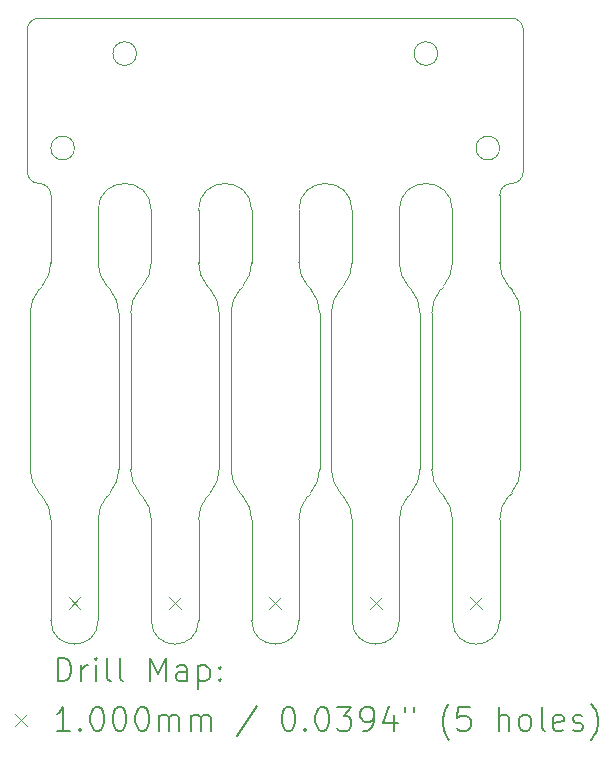
<source format=gbr>
%TF.GenerationSoftware,KiCad,Pcbnew,7.0.9-7.0.9~ubuntu22.04.1*%
%TF.CreationDate,2023-12-30T14:42:14+00:00*%
%TF.ProjectId,DRY_FLEX_V1,4452595f-464c-4455-985f-56312e6b6963,rev?*%
%TF.SameCoordinates,Original*%
%TF.FileFunction,Drillmap*%
%TF.FilePolarity,Positive*%
%FSLAX45Y45*%
G04 Gerber Fmt 4.5, Leading zero omitted, Abs format (unit mm)*
G04 Created by KiCad (PCBNEW 7.0.9-7.0.9~ubuntu22.04.1) date 2023-12-30 14:42:14*
%MOMM*%
%LPD*%
G01*
G04 APERTURE LIST*
%ADD10C,0.038100*%
%ADD11C,0.200000*%
%ADD12C,0.100000*%
G04 APERTURE END LIST*
D10*
X8849227Y-11597449D02*
G75*
G03*
X8775000Y-11795000I225773J-197551D01*
G01*
X10549227Y-11597449D02*
X10575773Y-11567111D01*
X9725773Y-11567111D02*
G75*
G03*
X9800000Y-11369559I-225773J197551D01*
G01*
X8000000Y-9300000D02*
X12000000Y-9300000D01*
X8100000Y-11369559D02*
X8100000Y-10800000D01*
X10650000Y-13545001D02*
G75*
G03*
X10575773Y-13347449I-300000J1D01*
G01*
X8500000Y-13545001D02*
X8500000Y-14400000D01*
X11225000Y-11795000D02*
G75*
G03*
X11150773Y-11597449I-300000J1D01*
G01*
X8100000Y-13545001D02*
X8100000Y-14400000D01*
X11900000Y-10400000D02*
G75*
G03*
X11900000Y-10400000I-100000J0D01*
G01*
X10650000Y-11369559D02*
X10650000Y-10925000D01*
X8100000Y-10800000D02*
G75*
G03*
X8000000Y-10700000I-100000J0D01*
G01*
X9450773Y-13317111D02*
X9424227Y-13347449D01*
X11900000Y-11369559D02*
G75*
G03*
X11974227Y-11567111I300000J-1D01*
G01*
X7925000Y-13119559D02*
G75*
G03*
X7999227Y-13317111I300000J-1D01*
G01*
X10475000Y-11795000D02*
X10475000Y-13119559D01*
X8825000Y-9600000D02*
G75*
G03*
X8825000Y-9600000I-100000J0D01*
G01*
X11124227Y-11567111D02*
X11150773Y-11597449D01*
X8675000Y-11795000D02*
G75*
G03*
X8600773Y-11597449I-300000J1D01*
G01*
X11050000Y-13545001D02*
X11050000Y-14400000D01*
X8500000Y-11369559D02*
G75*
G03*
X8574227Y-11567111I300000J-1D01*
G01*
X11500000Y-10925000D02*
G75*
G03*
X11050000Y-10925000I-225000J0D01*
G01*
X8100000Y-13545001D02*
G75*
G03*
X8025773Y-13347449I-300000J1D01*
G01*
X12075000Y-11795000D02*
G75*
G03*
X12000773Y-11597449I-300000J1D01*
G01*
X11399227Y-13317111D02*
X11425773Y-13347449D01*
X12000773Y-13317111D02*
G75*
G03*
X12075000Y-13119559I-225773J197551D01*
G01*
X11150773Y-13317111D02*
X11124227Y-13347449D01*
X8000000Y-9300000D02*
G75*
G03*
X7900000Y-9400000I0J-100000D01*
G01*
X10375000Y-11795000D02*
G75*
G03*
X10300773Y-11597449I-300000J1D01*
G01*
X8875773Y-11567111D02*
G75*
G03*
X8950000Y-11369559I-225773J197551D01*
G01*
X9699227Y-11597449D02*
X9725773Y-11567111D01*
X11425773Y-11567111D02*
G75*
G03*
X11500000Y-11369559I-225773J197551D01*
G01*
X11900000Y-11369559D02*
X11900000Y-10800000D01*
X10274227Y-13347449D02*
G75*
G03*
X10200000Y-13545001I225773J-197551D01*
G01*
X9800000Y-13545001D02*
G75*
G03*
X9725773Y-13347449I-300000J1D01*
G01*
X11124227Y-13347449D02*
G75*
G03*
X11050000Y-13545001I225773J-197551D01*
G01*
X10650000Y-13545001D02*
X10650000Y-14400000D01*
X7925000Y-11795000D02*
X7925000Y-13119559D01*
X11325000Y-13119559D02*
X11325000Y-11795000D01*
X9424227Y-13347449D02*
G75*
G03*
X9350000Y-13545001I225773J-197551D01*
G01*
X11225000Y-13119559D02*
X11225000Y-11795000D01*
X8875773Y-13347449D02*
X8849227Y-13317111D01*
X10575773Y-13347449D02*
X10549227Y-13317111D01*
X10200000Y-11369559D02*
X10200000Y-10925000D01*
X12000000Y-10700000D02*
G75*
G03*
X12100000Y-10600000I0J100000D01*
G01*
X11425773Y-11567111D02*
X11399227Y-11597449D01*
X9350000Y-11369559D02*
X9350000Y-10925000D01*
X11500000Y-13545001D02*
X11500000Y-14400000D01*
X9725773Y-13347449D02*
X9699227Y-13317111D01*
X9625000Y-11795000D02*
X9625000Y-13119559D01*
X11150773Y-13317111D02*
G75*
G03*
X11225000Y-13119559I-225773J197551D01*
G01*
X9699227Y-11597449D02*
G75*
G03*
X9625000Y-11795000I225773J-197551D01*
G01*
X8950000Y-11369559D02*
X8950000Y-10925000D01*
X8300000Y-10400000D02*
G75*
G03*
X8300000Y-10400000I-100000J0D01*
G01*
X9350000Y-11369559D02*
G75*
G03*
X9424227Y-11567111I300000J-1D01*
G01*
X7900000Y-10600000D02*
G75*
G03*
X8000000Y-10700000I100000J0D01*
G01*
X11900000Y-13545001D02*
X11900000Y-14400000D01*
X9800000Y-11369559D02*
X9800000Y-10925000D01*
X8574227Y-13347449D02*
G75*
G03*
X8500000Y-13545001I225773J-197551D01*
G01*
X10575773Y-11567111D02*
G75*
G03*
X10650000Y-11369559I-225773J197551D01*
G01*
X8600773Y-13317111D02*
G75*
G03*
X8675000Y-13119559I-225773J197551D01*
G01*
X8025773Y-13347449D02*
X7999227Y-13317111D01*
X11500000Y-14400000D02*
G75*
G03*
X11900000Y-14400000I200000J0D01*
G01*
X8675000Y-13119559D02*
X8675000Y-11795000D01*
X12100000Y-9400000D02*
G75*
G03*
X12000000Y-9300000I-100000J0D01*
G01*
X8025773Y-11567111D02*
G75*
G03*
X8100000Y-11369559I-225773J197551D01*
G01*
X11375000Y-9600000D02*
G75*
G03*
X11375000Y-9600000I-100000J0D01*
G01*
X8600773Y-13317111D02*
X8574227Y-13347449D01*
X12100000Y-10600000D02*
X12100000Y-9400000D01*
X12075000Y-11795000D02*
X12075000Y-13119559D01*
X8950000Y-14400000D02*
G75*
G03*
X9350000Y-14400000I200000J0D01*
G01*
X12000000Y-10700000D02*
G75*
G03*
X11900000Y-10800000I0J-100000D01*
G01*
X9450773Y-13317111D02*
G75*
G03*
X9525000Y-13119559I-225773J197551D01*
G01*
X11974227Y-13347449D02*
X12000773Y-13317111D01*
X10650000Y-10925000D02*
G75*
G03*
X10200000Y-10925000I-225000J0D01*
G01*
X9525000Y-13119559D02*
X9525000Y-11795000D01*
X8775000Y-13119559D02*
G75*
G03*
X8849227Y-13317111I300000J-1D01*
G01*
X9350000Y-13545001D02*
X9350000Y-14400000D01*
X10549227Y-11597449D02*
G75*
G03*
X10475000Y-11795000I225773J-197551D01*
G01*
X8775000Y-11795000D02*
X8775000Y-13119559D01*
X7900000Y-10600000D02*
X7900000Y-9400000D01*
X10200000Y-13545001D02*
X10200000Y-14400000D01*
X11399227Y-11597449D02*
G75*
G03*
X11325000Y-11795000I225773J-197551D01*
G01*
X9525000Y-11795000D02*
G75*
G03*
X9450773Y-11597449I-300000J1D01*
G01*
X11500000Y-13545001D02*
G75*
G03*
X11425773Y-13347449I-300000J1D01*
G01*
X8500000Y-11369559D02*
X8500000Y-10925000D01*
X11050000Y-11369559D02*
X11050000Y-10925000D01*
X9424227Y-11567111D02*
X9450773Y-11597449D01*
X11050000Y-11369559D02*
G75*
G03*
X11124227Y-11567111I300000J-1D01*
G01*
X10200000Y-11369559D02*
G75*
G03*
X10274227Y-11567111I300000J-1D01*
G01*
X7999227Y-11597449D02*
X8025773Y-11567111D01*
X9800000Y-14400000D02*
G75*
G03*
X10200000Y-14400000I200000J0D01*
G01*
X9625000Y-13119559D02*
G75*
G03*
X9699227Y-13317111I300000J-1D01*
G01*
X8950000Y-13545001D02*
X8950000Y-14400000D01*
X10650000Y-14400000D02*
G75*
G03*
X11050000Y-14400000I200000J0D01*
G01*
X10300773Y-13317111D02*
X10274227Y-13347449D01*
X12000773Y-11597449D02*
X11974227Y-11567111D01*
X11974227Y-13347449D02*
G75*
G03*
X11900000Y-13545001I225773J-197551D01*
G01*
X8849227Y-11597449D02*
X8875773Y-11567111D01*
X10375000Y-13119559D02*
X10375000Y-11795000D01*
X8574227Y-11567111D02*
X8600773Y-11597449D01*
X8950000Y-10925000D02*
G75*
G03*
X8500000Y-10925000I-225000J0D01*
G01*
X9800000Y-10925000D02*
G75*
G03*
X9350000Y-10925000I-225000J0D01*
G01*
X8100000Y-14400000D02*
G75*
G03*
X8500000Y-14400000I200000J0D01*
G01*
X7999227Y-11597449D02*
G75*
G03*
X7925000Y-11795000I225773J-197551D01*
G01*
X11500000Y-11369559D02*
X11500000Y-10925000D01*
X10274227Y-11567111D02*
X10300773Y-11597449D01*
X10475000Y-13119559D02*
G75*
G03*
X10549227Y-13317111I300000J-1D01*
G01*
X10300773Y-13317111D02*
G75*
G03*
X10375000Y-13119559I-225773J197551D01*
G01*
X11325000Y-13119559D02*
G75*
G03*
X11399227Y-13317111I300000J-1D01*
G01*
X8950000Y-13545001D02*
G75*
G03*
X8875773Y-13347449I-300000J1D01*
G01*
X9800000Y-13545001D02*
X9800000Y-14400000D01*
D11*
D12*
X8250000Y-14200000D02*
X8350000Y-14300000D01*
X8350000Y-14200000D02*
X8250000Y-14300000D01*
X9100000Y-14200000D02*
X9200000Y-14300000D01*
X9200000Y-14200000D02*
X9100000Y-14300000D01*
X9950000Y-14200000D02*
X10050000Y-14300000D01*
X10050000Y-14200000D02*
X9950000Y-14300000D01*
X10800000Y-14200000D02*
X10900000Y-14300000D01*
X10900000Y-14200000D02*
X10800000Y-14300000D01*
X11650000Y-14200000D02*
X11750000Y-14300000D01*
X11750000Y-14200000D02*
X11650000Y-14300000D01*
D11*
X8158872Y-14913389D02*
X8158872Y-14713389D01*
X8158872Y-14713389D02*
X8206491Y-14713389D01*
X8206491Y-14713389D02*
X8235062Y-14722913D01*
X8235062Y-14722913D02*
X8254110Y-14741960D01*
X8254110Y-14741960D02*
X8263634Y-14761008D01*
X8263634Y-14761008D02*
X8273157Y-14799103D01*
X8273157Y-14799103D02*
X8273157Y-14827674D01*
X8273157Y-14827674D02*
X8263634Y-14865770D01*
X8263634Y-14865770D02*
X8254110Y-14884817D01*
X8254110Y-14884817D02*
X8235062Y-14903865D01*
X8235062Y-14903865D02*
X8206491Y-14913389D01*
X8206491Y-14913389D02*
X8158872Y-14913389D01*
X8358872Y-14913389D02*
X8358872Y-14780055D01*
X8358872Y-14818151D02*
X8368396Y-14799103D01*
X8368396Y-14799103D02*
X8377919Y-14789579D01*
X8377919Y-14789579D02*
X8396967Y-14780055D01*
X8396967Y-14780055D02*
X8416015Y-14780055D01*
X8482681Y-14913389D02*
X8482681Y-14780055D01*
X8482681Y-14713389D02*
X8473158Y-14722913D01*
X8473158Y-14722913D02*
X8482681Y-14732436D01*
X8482681Y-14732436D02*
X8492205Y-14722913D01*
X8492205Y-14722913D02*
X8482681Y-14713389D01*
X8482681Y-14713389D02*
X8482681Y-14732436D01*
X8606491Y-14913389D02*
X8587443Y-14903865D01*
X8587443Y-14903865D02*
X8577919Y-14884817D01*
X8577919Y-14884817D02*
X8577919Y-14713389D01*
X8711253Y-14913389D02*
X8692205Y-14903865D01*
X8692205Y-14903865D02*
X8682681Y-14884817D01*
X8682681Y-14884817D02*
X8682681Y-14713389D01*
X8939824Y-14913389D02*
X8939824Y-14713389D01*
X8939824Y-14713389D02*
X9006491Y-14856246D01*
X9006491Y-14856246D02*
X9073158Y-14713389D01*
X9073158Y-14713389D02*
X9073158Y-14913389D01*
X9254110Y-14913389D02*
X9254110Y-14808627D01*
X9254110Y-14808627D02*
X9244586Y-14789579D01*
X9244586Y-14789579D02*
X9225539Y-14780055D01*
X9225539Y-14780055D02*
X9187443Y-14780055D01*
X9187443Y-14780055D02*
X9168396Y-14789579D01*
X9254110Y-14903865D02*
X9235062Y-14913389D01*
X9235062Y-14913389D02*
X9187443Y-14913389D01*
X9187443Y-14913389D02*
X9168396Y-14903865D01*
X9168396Y-14903865D02*
X9158872Y-14884817D01*
X9158872Y-14884817D02*
X9158872Y-14865770D01*
X9158872Y-14865770D02*
X9168396Y-14846722D01*
X9168396Y-14846722D02*
X9187443Y-14837198D01*
X9187443Y-14837198D02*
X9235062Y-14837198D01*
X9235062Y-14837198D02*
X9254110Y-14827674D01*
X9349348Y-14780055D02*
X9349348Y-14980055D01*
X9349348Y-14789579D02*
X9368396Y-14780055D01*
X9368396Y-14780055D02*
X9406491Y-14780055D01*
X9406491Y-14780055D02*
X9425539Y-14789579D01*
X9425539Y-14789579D02*
X9435062Y-14799103D01*
X9435062Y-14799103D02*
X9444586Y-14818151D01*
X9444586Y-14818151D02*
X9444586Y-14875293D01*
X9444586Y-14875293D02*
X9435062Y-14894341D01*
X9435062Y-14894341D02*
X9425539Y-14903865D01*
X9425539Y-14903865D02*
X9406491Y-14913389D01*
X9406491Y-14913389D02*
X9368396Y-14913389D01*
X9368396Y-14913389D02*
X9349348Y-14903865D01*
X9530300Y-14894341D02*
X9539824Y-14903865D01*
X9539824Y-14903865D02*
X9530300Y-14913389D01*
X9530300Y-14913389D02*
X9520777Y-14903865D01*
X9520777Y-14903865D02*
X9530300Y-14894341D01*
X9530300Y-14894341D02*
X9530300Y-14913389D01*
X9530300Y-14789579D02*
X9539824Y-14799103D01*
X9539824Y-14799103D02*
X9530300Y-14808627D01*
X9530300Y-14808627D02*
X9520777Y-14799103D01*
X9520777Y-14799103D02*
X9530300Y-14789579D01*
X9530300Y-14789579D02*
X9530300Y-14808627D01*
D12*
X7798095Y-15191905D02*
X7898095Y-15291905D01*
X7898095Y-15191905D02*
X7798095Y-15291905D01*
D11*
X8263634Y-15333389D02*
X8149348Y-15333389D01*
X8206491Y-15333389D02*
X8206491Y-15133389D01*
X8206491Y-15133389D02*
X8187443Y-15161960D01*
X8187443Y-15161960D02*
X8168396Y-15181008D01*
X8168396Y-15181008D02*
X8149348Y-15190532D01*
X8349348Y-15314341D02*
X8358872Y-15323865D01*
X8358872Y-15323865D02*
X8349348Y-15333389D01*
X8349348Y-15333389D02*
X8339824Y-15323865D01*
X8339824Y-15323865D02*
X8349348Y-15314341D01*
X8349348Y-15314341D02*
X8349348Y-15333389D01*
X8482681Y-15133389D02*
X8501729Y-15133389D01*
X8501729Y-15133389D02*
X8520777Y-15142913D01*
X8520777Y-15142913D02*
X8530300Y-15152436D01*
X8530300Y-15152436D02*
X8539824Y-15171484D01*
X8539824Y-15171484D02*
X8549348Y-15209579D01*
X8549348Y-15209579D02*
X8549348Y-15257198D01*
X8549348Y-15257198D02*
X8539824Y-15295293D01*
X8539824Y-15295293D02*
X8530300Y-15314341D01*
X8530300Y-15314341D02*
X8520777Y-15323865D01*
X8520777Y-15323865D02*
X8501729Y-15333389D01*
X8501729Y-15333389D02*
X8482681Y-15333389D01*
X8482681Y-15333389D02*
X8463634Y-15323865D01*
X8463634Y-15323865D02*
X8454110Y-15314341D01*
X8454110Y-15314341D02*
X8444586Y-15295293D01*
X8444586Y-15295293D02*
X8435062Y-15257198D01*
X8435062Y-15257198D02*
X8435062Y-15209579D01*
X8435062Y-15209579D02*
X8444586Y-15171484D01*
X8444586Y-15171484D02*
X8454110Y-15152436D01*
X8454110Y-15152436D02*
X8463634Y-15142913D01*
X8463634Y-15142913D02*
X8482681Y-15133389D01*
X8673158Y-15133389D02*
X8692205Y-15133389D01*
X8692205Y-15133389D02*
X8711253Y-15142913D01*
X8711253Y-15142913D02*
X8720777Y-15152436D01*
X8720777Y-15152436D02*
X8730300Y-15171484D01*
X8730300Y-15171484D02*
X8739824Y-15209579D01*
X8739824Y-15209579D02*
X8739824Y-15257198D01*
X8739824Y-15257198D02*
X8730300Y-15295293D01*
X8730300Y-15295293D02*
X8720777Y-15314341D01*
X8720777Y-15314341D02*
X8711253Y-15323865D01*
X8711253Y-15323865D02*
X8692205Y-15333389D01*
X8692205Y-15333389D02*
X8673158Y-15333389D01*
X8673158Y-15333389D02*
X8654110Y-15323865D01*
X8654110Y-15323865D02*
X8644586Y-15314341D01*
X8644586Y-15314341D02*
X8635062Y-15295293D01*
X8635062Y-15295293D02*
X8625539Y-15257198D01*
X8625539Y-15257198D02*
X8625539Y-15209579D01*
X8625539Y-15209579D02*
X8635062Y-15171484D01*
X8635062Y-15171484D02*
X8644586Y-15152436D01*
X8644586Y-15152436D02*
X8654110Y-15142913D01*
X8654110Y-15142913D02*
X8673158Y-15133389D01*
X8863634Y-15133389D02*
X8882681Y-15133389D01*
X8882681Y-15133389D02*
X8901729Y-15142913D01*
X8901729Y-15142913D02*
X8911253Y-15152436D01*
X8911253Y-15152436D02*
X8920777Y-15171484D01*
X8920777Y-15171484D02*
X8930300Y-15209579D01*
X8930300Y-15209579D02*
X8930300Y-15257198D01*
X8930300Y-15257198D02*
X8920777Y-15295293D01*
X8920777Y-15295293D02*
X8911253Y-15314341D01*
X8911253Y-15314341D02*
X8901729Y-15323865D01*
X8901729Y-15323865D02*
X8882681Y-15333389D01*
X8882681Y-15333389D02*
X8863634Y-15333389D01*
X8863634Y-15333389D02*
X8844586Y-15323865D01*
X8844586Y-15323865D02*
X8835062Y-15314341D01*
X8835062Y-15314341D02*
X8825539Y-15295293D01*
X8825539Y-15295293D02*
X8816015Y-15257198D01*
X8816015Y-15257198D02*
X8816015Y-15209579D01*
X8816015Y-15209579D02*
X8825539Y-15171484D01*
X8825539Y-15171484D02*
X8835062Y-15152436D01*
X8835062Y-15152436D02*
X8844586Y-15142913D01*
X8844586Y-15142913D02*
X8863634Y-15133389D01*
X9016015Y-15333389D02*
X9016015Y-15200055D01*
X9016015Y-15219103D02*
X9025539Y-15209579D01*
X9025539Y-15209579D02*
X9044586Y-15200055D01*
X9044586Y-15200055D02*
X9073158Y-15200055D01*
X9073158Y-15200055D02*
X9092205Y-15209579D01*
X9092205Y-15209579D02*
X9101729Y-15228627D01*
X9101729Y-15228627D02*
X9101729Y-15333389D01*
X9101729Y-15228627D02*
X9111253Y-15209579D01*
X9111253Y-15209579D02*
X9130300Y-15200055D01*
X9130300Y-15200055D02*
X9158872Y-15200055D01*
X9158872Y-15200055D02*
X9177920Y-15209579D01*
X9177920Y-15209579D02*
X9187443Y-15228627D01*
X9187443Y-15228627D02*
X9187443Y-15333389D01*
X9282681Y-15333389D02*
X9282681Y-15200055D01*
X9282681Y-15219103D02*
X9292205Y-15209579D01*
X9292205Y-15209579D02*
X9311253Y-15200055D01*
X9311253Y-15200055D02*
X9339824Y-15200055D01*
X9339824Y-15200055D02*
X9358872Y-15209579D01*
X9358872Y-15209579D02*
X9368396Y-15228627D01*
X9368396Y-15228627D02*
X9368396Y-15333389D01*
X9368396Y-15228627D02*
X9377920Y-15209579D01*
X9377920Y-15209579D02*
X9396967Y-15200055D01*
X9396967Y-15200055D02*
X9425539Y-15200055D01*
X9425539Y-15200055D02*
X9444586Y-15209579D01*
X9444586Y-15209579D02*
X9454110Y-15228627D01*
X9454110Y-15228627D02*
X9454110Y-15333389D01*
X9844586Y-15123865D02*
X9673158Y-15381008D01*
X10101729Y-15133389D02*
X10120777Y-15133389D01*
X10120777Y-15133389D02*
X10139824Y-15142913D01*
X10139824Y-15142913D02*
X10149348Y-15152436D01*
X10149348Y-15152436D02*
X10158872Y-15171484D01*
X10158872Y-15171484D02*
X10168396Y-15209579D01*
X10168396Y-15209579D02*
X10168396Y-15257198D01*
X10168396Y-15257198D02*
X10158872Y-15295293D01*
X10158872Y-15295293D02*
X10149348Y-15314341D01*
X10149348Y-15314341D02*
X10139824Y-15323865D01*
X10139824Y-15323865D02*
X10120777Y-15333389D01*
X10120777Y-15333389D02*
X10101729Y-15333389D01*
X10101729Y-15333389D02*
X10082682Y-15323865D01*
X10082682Y-15323865D02*
X10073158Y-15314341D01*
X10073158Y-15314341D02*
X10063634Y-15295293D01*
X10063634Y-15295293D02*
X10054110Y-15257198D01*
X10054110Y-15257198D02*
X10054110Y-15209579D01*
X10054110Y-15209579D02*
X10063634Y-15171484D01*
X10063634Y-15171484D02*
X10073158Y-15152436D01*
X10073158Y-15152436D02*
X10082682Y-15142913D01*
X10082682Y-15142913D02*
X10101729Y-15133389D01*
X10254110Y-15314341D02*
X10263634Y-15323865D01*
X10263634Y-15323865D02*
X10254110Y-15333389D01*
X10254110Y-15333389D02*
X10244586Y-15323865D01*
X10244586Y-15323865D02*
X10254110Y-15314341D01*
X10254110Y-15314341D02*
X10254110Y-15333389D01*
X10387443Y-15133389D02*
X10406491Y-15133389D01*
X10406491Y-15133389D02*
X10425539Y-15142913D01*
X10425539Y-15142913D02*
X10435063Y-15152436D01*
X10435063Y-15152436D02*
X10444586Y-15171484D01*
X10444586Y-15171484D02*
X10454110Y-15209579D01*
X10454110Y-15209579D02*
X10454110Y-15257198D01*
X10454110Y-15257198D02*
X10444586Y-15295293D01*
X10444586Y-15295293D02*
X10435063Y-15314341D01*
X10435063Y-15314341D02*
X10425539Y-15323865D01*
X10425539Y-15323865D02*
X10406491Y-15333389D01*
X10406491Y-15333389D02*
X10387443Y-15333389D01*
X10387443Y-15333389D02*
X10368396Y-15323865D01*
X10368396Y-15323865D02*
X10358872Y-15314341D01*
X10358872Y-15314341D02*
X10349348Y-15295293D01*
X10349348Y-15295293D02*
X10339824Y-15257198D01*
X10339824Y-15257198D02*
X10339824Y-15209579D01*
X10339824Y-15209579D02*
X10349348Y-15171484D01*
X10349348Y-15171484D02*
X10358872Y-15152436D01*
X10358872Y-15152436D02*
X10368396Y-15142913D01*
X10368396Y-15142913D02*
X10387443Y-15133389D01*
X10520777Y-15133389D02*
X10644586Y-15133389D01*
X10644586Y-15133389D02*
X10577920Y-15209579D01*
X10577920Y-15209579D02*
X10606491Y-15209579D01*
X10606491Y-15209579D02*
X10625539Y-15219103D01*
X10625539Y-15219103D02*
X10635063Y-15228627D01*
X10635063Y-15228627D02*
X10644586Y-15247674D01*
X10644586Y-15247674D02*
X10644586Y-15295293D01*
X10644586Y-15295293D02*
X10635063Y-15314341D01*
X10635063Y-15314341D02*
X10625539Y-15323865D01*
X10625539Y-15323865D02*
X10606491Y-15333389D01*
X10606491Y-15333389D02*
X10549348Y-15333389D01*
X10549348Y-15333389D02*
X10530301Y-15323865D01*
X10530301Y-15323865D02*
X10520777Y-15314341D01*
X10739824Y-15333389D02*
X10777920Y-15333389D01*
X10777920Y-15333389D02*
X10796967Y-15323865D01*
X10796967Y-15323865D02*
X10806491Y-15314341D01*
X10806491Y-15314341D02*
X10825539Y-15285770D01*
X10825539Y-15285770D02*
X10835063Y-15247674D01*
X10835063Y-15247674D02*
X10835063Y-15171484D01*
X10835063Y-15171484D02*
X10825539Y-15152436D01*
X10825539Y-15152436D02*
X10816015Y-15142913D01*
X10816015Y-15142913D02*
X10796967Y-15133389D01*
X10796967Y-15133389D02*
X10758872Y-15133389D01*
X10758872Y-15133389D02*
X10739824Y-15142913D01*
X10739824Y-15142913D02*
X10730301Y-15152436D01*
X10730301Y-15152436D02*
X10720777Y-15171484D01*
X10720777Y-15171484D02*
X10720777Y-15219103D01*
X10720777Y-15219103D02*
X10730301Y-15238151D01*
X10730301Y-15238151D02*
X10739824Y-15247674D01*
X10739824Y-15247674D02*
X10758872Y-15257198D01*
X10758872Y-15257198D02*
X10796967Y-15257198D01*
X10796967Y-15257198D02*
X10816015Y-15247674D01*
X10816015Y-15247674D02*
X10825539Y-15238151D01*
X10825539Y-15238151D02*
X10835063Y-15219103D01*
X11006491Y-15200055D02*
X11006491Y-15333389D01*
X10958872Y-15123865D02*
X10911253Y-15266722D01*
X10911253Y-15266722D02*
X11035063Y-15266722D01*
X11101729Y-15133389D02*
X11101729Y-15171484D01*
X11177920Y-15133389D02*
X11177920Y-15171484D01*
X11473158Y-15409579D02*
X11463634Y-15400055D01*
X11463634Y-15400055D02*
X11444586Y-15371484D01*
X11444586Y-15371484D02*
X11435063Y-15352436D01*
X11435063Y-15352436D02*
X11425539Y-15323865D01*
X11425539Y-15323865D02*
X11416015Y-15276246D01*
X11416015Y-15276246D02*
X11416015Y-15238151D01*
X11416015Y-15238151D02*
X11425539Y-15190532D01*
X11425539Y-15190532D02*
X11435063Y-15161960D01*
X11435063Y-15161960D02*
X11444586Y-15142913D01*
X11444586Y-15142913D02*
X11463634Y-15114341D01*
X11463634Y-15114341D02*
X11473158Y-15104817D01*
X11644586Y-15133389D02*
X11549348Y-15133389D01*
X11549348Y-15133389D02*
X11539824Y-15228627D01*
X11539824Y-15228627D02*
X11549348Y-15219103D01*
X11549348Y-15219103D02*
X11568396Y-15209579D01*
X11568396Y-15209579D02*
X11616015Y-15209579D01*
X11616015Y-15209579D02*
X11635063Y-15219103D01*
X11635063Y-15219103D02*
X11644586Y-15228627D01*
X11644586Y-15228627D02*
X11654110Y-15247674D01*
X11654110Y-15247674D02*
X11654110Y-15295293D01*
X11654110Y-15295293D02*
X11644586Y-15314341D01*
X11644586Y-15314341D02*
X11635063Y-15323865D01*
X11635063Y-15323865D02*
X11616015Y-15333389D01*
X11616015Y-15333389D02*
X11568396Y-15333389D01*
X11568396Y-15333389D02*
X11549348Y-15323865D01*
X11549348Y-15323865D02*
X11539824Y-15314341D01*
X11892205Y-15333389D02*
X11892205Y-15133389D01*
X11977920Y-15333389D02*
X11977920Y-15228627D01*
X11977920Y-15228627D02*
X11968396Y-15209579D01*
X11968396Y-15209579D02*
X11949348Y-15200055D01*
X11949348Y-15200055D02*
X11920777Y-15200055D01*
X11920777Y-15200055D02*
X11901729Y-15209579D01*
X11901729Y-15209579D02*
X11892205Y-15219103D01*
X12101729Y-15333389D02*
X12082682Y-15323865D01*
X12082682Y-15323865D02*
X12073158Y-15314341D01*
X12073158Y-15314341D02*
X12063634Y-15295293D01*
X12063634Y-15295293D02*
X12063634Y-15238151D01*
X12063634Y-15238151D02*
X12073158Y-15219103D01*
X12073158Y-15219103D02*
X12082682Y-15209579D01*
X12082682Y-15209579D02*
X12101729Y-15200055D01*
X12101729Y-15200055D02*
X12130301Y-15200055D01*
X12130301Y-15200055D02*
X12149348Y-15209579D01*
X12149348Y-15209579D02*
X12158872Y-15219103D01*
X12158872Y-15219103D02*
X12168396Y-15238151D01*
X12168396Y-15238151D02*
X12168396Y-15295293D01*
X12168396Y-15295293D02*
X12158872Y-15314341D01*
X12158872Y-15314341D02*
X12149348Y-15323865D01*
X12149348Y-15323865D02*
X12130301Y-15333389D01*
X12130301Y-15333389D02*
X12101729Y-15333389D01*
X12282682Y-15333389D02*
X12263634Y-15323865D01*
X12263634Y-15323865D02*
X12254110Y-15304817D01*
X12254110Y-15304817D02*
X12254110Y-15133389D01*
X12435063Y-15323865D02*
X12416015Y-15333389D01*
X12416015Y-15333389D02*
X12377920Y-15333389D01*
X12377920Y-15333389D02*
X12358872Y-15323865D01*
X12358872Y-15323865D02*
X12349348Y-15304817D01*
X12349348Y-15304817D02*
X12349348Y-15228627D01*
X12349348Y-15228627D02*
X12358872Y-15209579D01*
X12358872Y-15209579D02*
X12377920Y-15200055D01*
X12377920Y-15200055D02*
X12416015Y-15200055D01*
X12416015Y-15200055D02*
X12435063Y-15209579D01*
X12435063Y-15209579D02*
X12444586Y-15228627D01*
X12444586Y-15228627D02*
X12444586Y-15247674D01*
X12444586Y-15247674D02*
X12349348Y-15266722D01*
X12520777Y-15323865D02*
X12539825Y-15333389D01*
X12539825Y-15333389D02*
X12577920Y-15333389D01*
X12577920Y-15333389D02*
X12596967Y-15323865D01*
X12596967Y-15323865D02*
X12606491Y-15304817D01*
X12606491Y-15304817D02*
X12606491Y-15295293D01*
X12606491Y-15295293D02*
X12596967Y-15276246D01*
X12596967Y-15276246D02*
X12577920Y-15266722D01*
X12577920Y-15266722D02*
X12549348Y-15266722D01*
X12549348Y-15266722D02*
X12530301Y-15257198D01*
X12530301Y-15257198D02*
X12520777Y-15238151D01*
X12520777Y-15238151D02*
X12520777Y-15228627D01*
X12520777Y-15228627D02*
X12530301Y-15209579D01*
X12530301Y-15209579D02*
X12549348Y-15200055D01*
X12549348Y-15200055D02*
X12577920Y-15200055D01*
X12577920Y-15200055D02*
X12596967Y-15209579D01*
X12673158Y-15409579D02*
X12682682Y-15400055D01*
X12682682Y-15400055D02*
X12701729Y-15371484D01*
X12701729Y-15371484D02*
X12711253Y-15352436D01*
X12711253Y-15352436D02*
X12720777Y-15323865D01*
X12720777Y-15323865D02*
X12730301Y-15276246D01*
X12730301Y-15276246D02*
X12730301Y-15238151D01*
X12730301Y-15238151D02*
X12720777Y-15190532D01*
X12720777Y-15190532D02*
X12711253Y-15161960D01*
X12711253Y-15161960D02*
X12701729Y-15142913D01*
X12701729Y-15142913D02*
X12682682Y-15114341D01*
X12682682Y-15114341D02*
X12673158Y-15104817D01*
M02*

</source>
